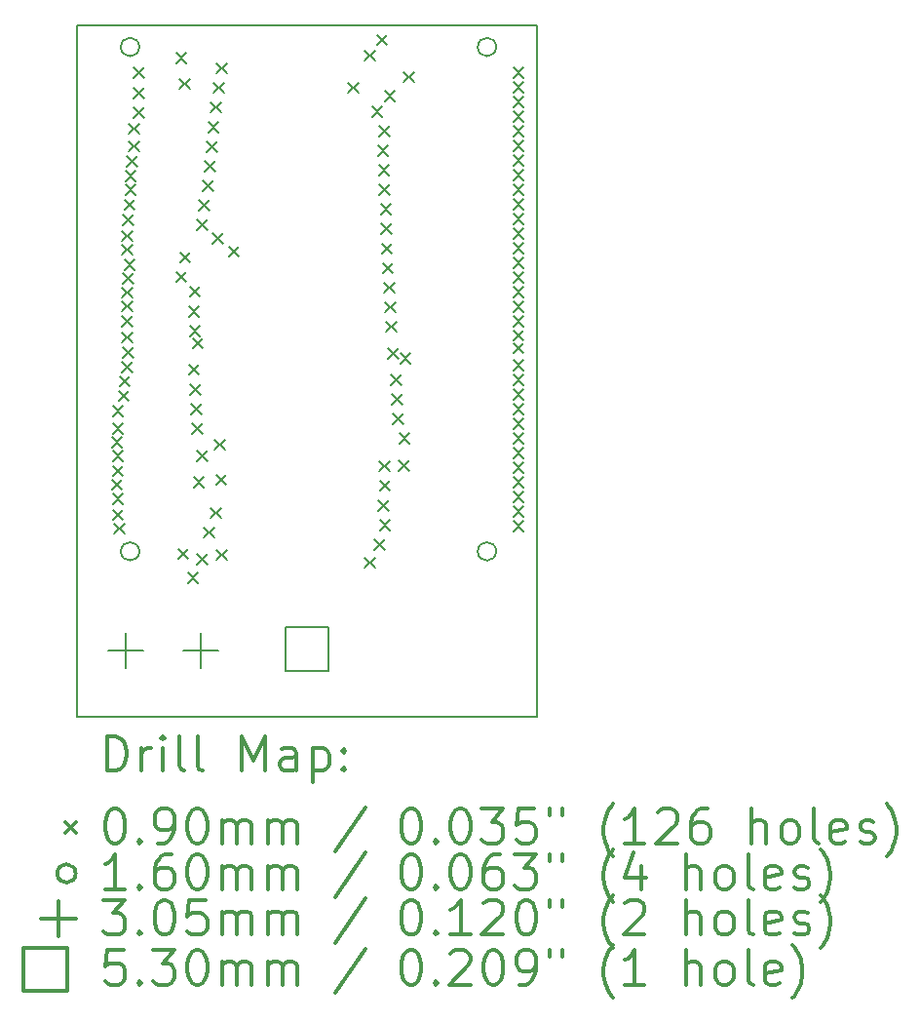
<source format=gbr>
%FSLAX45Y45*%
G04 Gerber Fmt 4.5, Leading zero omitted, Abs format (unit mm)*
G04 Created by KiCad (PCBNEW 4.0.5) date 04/03/17 22:13:51*
%MOMM*%
%LPD*%
G01*
G04 APERTURE LIST*
%ADD10C,0.127000*%
%ADD11C,0.150000*%
%ADD12C,0.200000*%
%ADD13C,0.300000*%
G04 APERTURE END LIST*
D10*
D11*
X8860000Y-7765000D02*
X8860000Y-7750000D01*
X8860000Y-13750000D02*
X8860000Y-7755000D01*
X12860000Y-13750000D02*
X8860000Y-13750000D01*
X12860000Y-7750000D02*
X12860000Y-13750000D01*
X8860000Y-7750000D02*
X12860000Y-7750000D01*
D12*
X9165000Y-11325000D02*
X9255000Y-11415000D01*
X9255000Y-11325000D02*
X9165000Y-11415000D01*
X9165000Y-11695000D02*
X9255000Y-11785000D01*
X9255000Y-11695000D02*
X9165000Y-11785000D01*
X9175000Y-11055000D02*
X9265000Y-11145000D01*
X9265000Y-11055000D02*
X9175000Y-11145000D01*
X9175000Y-11205000D02*
X9265000Y-11295000D01*
X9265000Y-11205000D02*
X9175000Y-11295000D01*
X9175000Y-11445000D02*
X9265000Y-11535000D01*
X9265000Y-11445000D02*
X9175000Y-11535000D01*
X9175000Y-11575000D02*
X9265000Y-11665000D01*
X9265000Y-11575000D02*
X9175000Y-11665000D01*
X9175000Y-11815000D02*
X9265000Y-11905000D01*
X9265000Y-11815000D02*
X9175000Y-11905000D01*
X9175000Y-11955000D02*
X9265000Y-12045000D01*
X9265000Y-11955000D02*
X9175000Y-12045000D01*
X9185000Y-12075000D02*
X9275000Y-12165000D01*
X9275000Y-12075000D02*
X9185000Y-12165000D01*
X9225000Y-10925000D02*
X9315000Y-11015000D01*
X9315000Y-10925000D02*
X9225000Y-11015000D01*
X9235000Y-10795000D02*
X9325000Y-10885000D01*
X9325000Y-10795000D02*
X9235000Y-10885000D01*
X9255000Y-9535000D02*
X9345000Y-9625000D01*
X9345000Y-9535000D02*
X9255000Y-9625000D01*
X9255000Y-9655000D02*
X9345000Y-9745000D01*
X9345000Y-9655000D02*
X9255000Y-9745000D01*
X9255000Y-10145000D02*
X9345000Y-10235000D01*
X9345000Y-10145000D02*
X9255000Y-10235000D01*
X9255000Y-10275000D02*
X9345000Y-10365000D01*
X9345000Y-10275000D02*
X9255000Y-10365000D01*
X9255000Y-10415000D02*
X9345000Y-10505000D01*
X9345000Y-10415000D02*
X9255000Y-10505000D01*
X9255000Y-10675000D02*
X9345000Y-10765000D01*
X9345000Y-10675000D02*
X9255000Y-10765000D01*
X9255000Y-10025000D02*
X9345000Y-10115000D01*
X9345000Y-10025000D02*
X9255000Y-10115000D01*
X9265000Y-9395000D02*
X9355000Y-9485000D01*
X9355000Y-9395000D02*
X9265000Y-9485000D01*
X9265000Y-9905000D02*
X9355000Y-9995000D01*
X9355000Y-9905000D02*
X9265000Y-9995000D01*
X9265000Y-10545000D02*
X9355000Y-10635000D01*
X9355000Y-10545000D02*
X9265000Y-10635000D01*
X9275000Y-9265000D02*
X9365000Y-9355000D01*
X9365000Y-9265000D02*
X9275000Y-9355000D01*
X9275000Y-9785000D02*
X9365000Y-9875000D01*
X9365000Y-9785000D02*
X9275000Y-9875000D01*
X9285000Y-9015000D02*
X9375000Y-9105000D01*
X9375000Y-9015000D02*
X9285000Y-9105000D01*
X9285000Y-9135000D02*
X9375000Y-9225000D01*
X9375000Y-9135000D02*
X9285000Y-9225000D01*
X9295000Y-8885000D02*
X9385000Y-8975000D01*
X9385000Y-8885000D02*
X9295000Y-8975000D01*
X9315000Y-8605000D02*
X9405000Y-8695000D01*
X9405000Y-8605000D02*
X9315000Y-8695000D01*
X9315000Y-8755000D02*
X9405000Y-8845000D01*
X9405000Y-8755000D02*
X9315000Y-8845000D01*
X9355000Y-8115000D02*
X9445000Y-8205000D01*
X9445000Y-8115000D02*
X9355000Y-8205000D01*
X9355000Y-8295000D02*
X9445000Y-8385000D01*
X9445000Y-8295000D02*
X9355000Y-8385000D01*
X9355000Y-8465000D02*
X9445000Y-8555000D01*
X9445000Y-8465000D02*
X9355000Y-8555000D01*
X9724527Y-9890995D02*
X9814527Y-9980995D01*
X9814527Y-9890995D02*
X9724527Y-9980995D01*
X9725000Y-7990000D02*
X9815000Y-8080000D01*
X9815000Y-7990000D02*
X9725000Y-8080000D01*
X9740000Y-12295000D02*
X9830000Y-12385000D01*
X9830000Y-12295000D02*
X9740000Y-12385000D01*
X9755000Y-8215000D02*
X9845000Y-8305000D01*
X9845000Y-8215000D02*
X9755000Y-8305000D01*
X9759730Y-9720994D02*
X9849730Y-9810994D01*
X9849730Y-9720994D02*
X9759730Y-9810994D01*
X9827395Y-12502605D02*
X9917395Y-12592605D01*
X9917395Y-12502605D02*
X9827395Y-12592605D01*
X9835000Y-10189118D02*
X9925000Y-10279118D01*
X9925000Y-10189118D02*
X9835000Y-10279118D01*
X9835000Y-10696296D02*
X9925000Y-10786296D01*
X9925000Y-10696296D02*
X9835000Y-10786296D01*
X9844061Y-10019117D02*
X9934061Y-10109117D01*
X9934061Y-10019117D02*
X9844061Y-10109117D01*
X9844199Y-10359119D02*
X9934199Y-10449119D01*
X9934199Y-10359119D02*
X9844199Y-10449119D01*
X9845000Y-10866297D02*
X9935000Y-10956297D01*
X9935000Y-10866297D02*
X9845000Y-10956297D01*
X9855000Y-11036298D02*
X9945000Y-11126298D01*
X9945000Y-11036298D02*
X9855000Y-11126298D01*
X9865032Y-11206299D02*
X9955032Y-11296299D01*
X9955032Y-11206299D02*
X9865032Y-11296299D01*
X9868975Y-10466294D02*
X9958975Y-10556294D01*
X9958975Y-10466294D02*
X9868975Y-10556294D01*
X9878069Y-11675197D02*
X9968069Y-11765197D01*
X9968069Y-11675197D02*
X9878069Y-11765197D01*
X9904657Y-12339448D02*
X9994657Y-12429448D01*
X9994657Y-12339448D02*
X9904657Y-12429448D01*
X9908338Y-9438819D02*
X9998338Y-9528819D01*
X9998338Y-9438819D02*
X9908338Y-9528819D01*
X9908489Y-11445195D02*
X9998489Y-11535195D01*
X9998489Y-11445195D02*
X9908489Y-11535195D01*
X9925991Y-9268818D02*
X10015991Y-9358818D01*
X10015991Y-9268818D02*
X9925991Y-9358818D01*
X9959971Y-9098817D02*
X10049971Y-9188817D01*
X10049971Y-9098817D02*
X9959971Y-9188817D01*
X9967837Y-12109445D02*
X10057837Y-12199445D01*
X10057837Y-12109445D02*
X9967837Y-12199445D01*
X9972188Y-8928816D02*
X10062188Y-9018816D01*
X10062188Y-8928816D02*
X9972188Y-9018816D01*
X9989903Y-8758815D02*
X10079903Y-8848815D01*
X10079903Y-8758815D02*
X9989903Y-8848815D01*
X10005368Y-8588814D02*
X10095368Y-8678814D01*
X10095368Y-8588814D02*
X10005368Y-8678814D01*
X10024257Y-8418813D02*
X10114257Y-8508813D01*
X10114257Y-8418813D02*
X10024257Y-8508813D01*
X10025163Y-11941066D02*
X10115163Y-12031066D01*
X10115163Y-11941066D02*
X10025163Y-12031066D01*
X10040860Y-9555256D02*
X10130860Y-9645256D01*
X10130860Y-9555256D02*
X10040860Y-9645256D01*
X10049792Y-8248812D02*
X10139792Y-8338812D01*
X10139792Y-8248812D02*
X10049792Y-8338812D01*
X10057212Y-11348139D02*
X10147212Y-11438139D01*
X10147212Y-11348139D02*
X10057212Y-11438139D01*
X10072032Y-11651063D02*
X10162032Y-11741063D01*
X10162032Y-11651063D02*
X10072032Y-11741063D01*
X10074659Y-12304997D02*
X10164659Y-12394997D01*
X10164659Y-12304997D02*
X10074659Y-12394997D01*
X10075962Y-8078811D02*
X10165962Y-8168811D01*
X10165962Y-8078811D02*
X10075962Y-8168811D01*
X10182670Y-9669999D02*
X10272670Y-9759999D01*
X10272670Y-9669999D02*
X10182670Y-9759999D01*
X11219203Y-8246902D02*
X11309203Y-8336902D01*
X11309203Y-8246902D02*
X11219203Y-8336902D01*
X11362458Y-12369998D02*
X11452458Y-12459998D01*
X11452458Y-12369998D02*
X11362458Y-12459998D01*
X11362854Y-7968066D02*
X11452854Y-8058066D01*
X11452854Y-7968066D02*
X11362854Y-8058066D01*
X11425198Y-8456626D02*
X11515198Y-8546626D01*
X11515198Y-8456626D02*
X11425198Y-8546626D01*
X11449803Y-12213873D02*
X11539803Y-12303873D01*
X11539803Y-12213873D02*
X11449803Y-12303873D01*
X11469730Y-7833128D02*
X11559730Y-7923128D01*
X11559730Y-7833128D02*
X11469730Y-7923128D01*
X11476229Y-8793918D02*
X11566229Y-8883918D01*
X11566229Y-8793918D02*
X11476229Y-8883918D01*
X11482481Y-11873943D02*
X11572481Y-11963943D01*
X11572481Y-11873943D02*
X11482481Y-11963943D01*
X11484881Y-8963920D02*
X11574881Y-9053920D01*
X11574881Y-8963920D02*
X11484881Y-9053920D01*
X11487289Y-8623917D02*
X11577289Y-8713917D01*
X11577289Y-8623917D02*
X11487289Y-8713917D01*
X11489586Y-11533941D02*
X11579586Y-11623941D01*
X11579586Y-11533941D02*
X11489586Y-11623941D01*
X11491835Y-9133921D02*
X11581835Y-9223921D01*
X11581835Y-9133921D02*
X11491835Y-9223921D01*
X11493622Y-11703942D02*
X11583622Y-11793942D01*
X11583622Y-11703942D02*
X11493622Y-11793942D01*
X11494127Y-12043945D02*
X11584127Y-12133945D01*
X11584127Y-12043945D02*
X11494127Y-12133945D01*
X11502784Y-9303922D02*
X11592784Y-9393922D01*
X11592784Y-9303922D02*
X11502784Y-9393922D01*
X11506565Y-9473923D02*
X11596565Y-9563923D01*
X11596565Y-9473923D02*
X11506565Y-9563923D01*
X11511865Y-9643924D02*
X11601865Y-9733924D01*
X11601865Y-9643924D02*
X11511865Y-9733924D01*
X11520324Y-9813925D02*
X11610324Y-9903925D01*
X11610324Y-9813925D02*
X11520324Y-9903925D01*
X11532057Y-9983926D02*
X11622057Y-10073926D01*
X11622057Y-9983926D02*
X11532057Y-10073926D01*
X11535444Y-8320862D02*
X11625444Y-8410862D01*
X11625444Y-8320862D02*
X11535444Y-8410862D01*
X11542487Y-10153928D02*
X11632487Y-10243928D01*
X11632487Y-10153928D02*
X11542487Y-10243928D01*
X11549884Y-10323929D02*
X11639884Y-10413929D01*
X11639884Y-10323929D02*
X11549884Y-10413929D01*
X11564850Y-10553931D02*
X11654850Y-10643931D01*
X11654850Y-10553931D02*
X11564850Y-10643931D01*
X11593113Y-10783933D02*
X11683113Y-10873933D01*
X11683113Y-10783933D02*
X11593113Y-10873933D01*
X11600306Y-10953934D02*
X11690306Y-11043934D01*
X11690306Y-10953934D02*
X11600306Y-11043934D01*
X11606940Y-11123936D02*
X11696940Y-11213935D01*
X11696940Y-11123936D02*
X11606940Y-11213935D01*
X11659818Y-11529502D02*
X11749818Y-11619502D01*
X11749818Y-11529502D02*
X11659818Y-11619502D01*
X11663928Y-11292564D02*
X11753928Y-11382564D01*
X11753928Y-11292564D02*
X11663928Y-11382564D01*
X11672638Y-10598093D02*
X11762638Y-10688093D01*
X11762638Y-10598093D02*
X11672638Y-10688093D01*
X11700223Y-8154777D02*
X11790223Y-8244777D01*
X11790223Y-8154777D02*
X11700223Y-8244777D01*
X12655000Y-8115000D02*
X12745000Y-8205000D01*
X12745000Y-8115000D02*
X12655000Y-8205000D01*
X12655000Y-8242000D02*
X12745000Y-8332000D01*
X12745000Y-8242000D02*
X12655000Y-8332000D01*
X12655000Y-8369000D02*
X12745000Y-8459000D01*
X12745000Y-8369000D02*
X12655000Y-8459000D01*
X12655000Y-8496000D02*
X12745000Y-8586000D01*
X12745000Y-8496000D02*
X12655000Y-8586000D01*
X12655000Y-8623000D02*
X12745000Y-8713000D01*
X12745000Y-8623000D02*
X12655000Y-8713000D01*
X12655000Y-8750000D02*
X12745000Y-8840000D01*
X12745000Y-8750000D02*
X12655000Y-8840000D01*
X12655000Y-8877000D02*
X12745000Y-8967000D01*
X12745000Y-8877000D02*
X12655000Y-8967000D01*
X12655000Y-9004000D02*
X12745000Y-9094000D01*
X12745000Y-9004000D02*
X12655000Y-9094000D01*
X12655000Y-9131000D02*
X12745000Y-9221000D01*
X12745000Y-9131000D02*
X12655000Y-9221000D01*
X12655000Y-9258000D02*
X12745000Y-9348000D01*
X12745000Y-9258000D02*
X12655000Y-9348000D01*
X12655000Y-9385000D02*
X12745000Y-9475000D01*
X12745000Y-9385000D02*
X12655000Y-9475000D01*
X12655000Y-9512000D02*
X12745000Y-9602000D01*
X12745000Y-9512000D02*
X12655000Y-9602000D01*
X12655000Y-9639000D02*
X12745000Y-9729000D01*
X12745000Y-9639000D02*
X12655000Y-9729000D01*
X12655000Y-9766000D02*
X12745000Y-9856000D01*
X12745000Y-9766000D02*
X12655000Y-9856000D01*
X12655000Y-9893000D02*
X12745000Y-9983000D01*
X12745000Y-9893000D02*
X12655000Y-9983000D01*
X12655000Y-10020000D02*
X12745000Y-10110000D01*
X12745000Y-10020000D02*
X12655000Y-10110000D01*
X12655000Y-10147000D02*
X12745000Y-10237000D01*
X12745000Y-10147000D02*
X12655000Y-10237000D01*
X12655000Y-10274000D02*
X12745000Y-10364000D01*
X12745000Y-10274000D02*
X12655000Y-10364000D01*
X12655000Y-10399998D02*
X12745000Y-10489998D01*
X12745000Y-10399998D02*
X12655000Y-10489998D01*
X12655000Y-10509999D02*
X12745000Y-10599999D01*
X12745000Y-10509999D02*
X12655000Y-10599999D01*
X12655000Y-10655000D02*
X12745000Y-10745000D01*
X12745000Y-10655000D02*
X12655000Y-10745000D01*
X12655000Y-10782000D02*
X12745000Y-10872000D01*
X12745000Y-10782000D02*
X12655000Y-10872000D01*
X12655000Y-10909000D02*
X12745000Y-10999000D01*
X12745000Y-10909000D02*
X12655000Y-10999000D01*
X12655000Y-11036000D02*
X12745000Y-11126000D01*
X12745000Y-11036000D02*
X12655000Y-11126000D01*
X12655000Y-11163000D02*
X12745000Y-11253000D01*
X12745000Y-11163000D02*
X12655000Y-11253000D01*
X12655000Y-11290000D02*
X12745000Y-11380000D01*
X12745000Y-11290000D02*
X12655000Y-11380000D01*
X12655000Y-11417000D02*
X12745000Y-11507000D01*
X12745000Y-11417000D02*
X12655000Y-11507000D01*
X12655000Y-11544000D02*
X12745000Y-11634000D01*
X12745000Y-11544000D02*
X12655000Y-11634000D01*
X12655000Y-11671000D02*
X12745000Y-11761000D01*
X12745000Y-11671000D02*
X12655000Y-11761000D01*
X12655000Y-11798000D02*
X12745000Y-11888000D01*
X12745000Y-11798000D02*
X12655000Y-11888000D01*
X12655000Y-11925000D02*
X12745000Y-12015000D01*
X12745000Y-11925000D02*
X12655000Y-12015000D01*
X12655000Y-12052000D02*
X12745000Y-12142000D01*
X12745000Y-12052000D02*
X12655000Y-12142000D01*
X9405000Y-7939000D02*
G75*
G03X9405000Y-7939000I-80000J0D01*
G01*
X9405000Y-12318000D02*
G75*
G03X9405000Y-12318000I-80000J0D01*
G01*
X12505000Y-7939000D02*
G75*
G03X12505000Y-7939000I-80000J0D01*
G01*
X12505000Y-12318000D02*
G75*
G03X12505000Y-12318000I-80000J0D01*
G01*
X9290000Y-13022600D02*
X9290000Y-13327400D01*
X9137600Y-13175000D02*
X9442400Y-13175000D01*
X9940000Y-13027600D02*
X9940000Y-13332400D01*
X9787600Y-13180000D02*
X10092400Y-13180000D01*
X11047385Y-13352385D02*
X11047385Y-12977615D01*
X10672615Y-12977615D01*
X10672615Y-13352385D01*
X11047385Y-13352385D01*
D13*
X9123929Y-14223214D02*
X9123929Y-13923214D01*
X9195357Y-13923214D01*
X9238214Y-13937500D01*
X9266786Y-13966071D01*
X9281071Y-13994643D01*
X9295357Y-14051786D01*
X9295357Y-14094643D01*
X9281071Y-14151786D01*
X9266786Y-14180357D01*
X9238214Y-14208929D01*
X9195357Y-14223214D01*
X9123929Y-14223214D01*
X9423929Y-14223214D02*
X9423929Y-14023214D01*
X9423929Y-14080357D02*
X9438214Y-14051786D01*
X9452500Y-14037500D01*
X9481071Y-14023214D01*
X9509643Y-14023214D01*
X9609643Y-14223214D02*
X9609643Y-14023214D01*
X9609643Y-13923214D02*
X9595357Y-13937500D01*
X9609643Y-13951786D01*
X9623929Y-13937500D01*
X9609643Y-13923214D01*
X9609643Y-13951786D01*
X9795357Y-14223214D02*
X9766786Y-14208929D01*
X9752500Y-14180357D01*
X9752500Y-13923214D01*
X9952500Y-14223214D02*
X9923929Y-14208929D01*
X9909643Y-14180357D01*
X9909643Y-13923214D01*
X10295357Y-14223214D02*
X10295357Y-13923214D01*
X10395357Y-14137500D01*
X10495357Y-13923214D01*
X10495357Y-14223214D01*
X10766786Y-14223214D02*
X10766786Y-14066071D01*
X10752500Y-14037500D01*
X10723929Y-14023214D01*
X10666786Y-14023214D01*
X10638214Y-14037500D01*
X10766786Y-14208929D02*
X10738214Y-14223214D01*
X10666786Y-14223214D01*
X10638214Y-14208929D01*
X10623929Y-14180357D01*
X10623929Y-14151786D01*
X10638214Y-14123214D01*
X10666786Y-14108929D01*
X10738214Y-14108929D01*
X10766786Y-14094643D01*
X10909643Y-14023214D02*
X10909643Y-14323214D01*
X10909643Y-14037500D02*
X10938214Y-14023214D01*
X10995357Y-14023214D01*
X11023929Y-14037500D01*
X11038214Y-14051786D01*
X11052500Y-14080357D01*
X11052500Y-14166071D01*
X11038214Y-14194643D01*
X11023929Y-14208929D01*
X10995357Y-14223214D01*
X10938214Y-14223214D01*
X10909643Y-14208929D01*
X11181071Y-14194643D02*
X11195357Y-14208929D01*
X11181071Y-14223214D01*
X11166786Y-14208929D01*
X11181071Y-14194643D01*
X11181071Y-14223214D01*
X11181071Y-14037500D02*
X11195357Y-14051786D01*
X11181071Y-14066071D01*
X11166786Y-14051786D01*
X11181071Y-14037500D01*
X11181071Y-14066071D01*
X8762500Y-14672500D02*
X8852500Y-14762500D01*
X8852500Y-14672500D02*
X8762500Y-14762500D01*
X9181071Y-14553214D02*
X9209643Y-14553214D01*
X9238214Y-14567500D01*
X9252500Y-14581786D01*
X9266786Y-14610357D01*
X9281071Y-14667500D01*
X9281071Y-14738929D01*
X9266786Y-14796071D01*
X9252500Y-14824643D01*
X9238214Y-14838929D01*
X9209643Y-14853214D01*
X9181071Y-14853214D01*
X9152500Y-14838929D01*
X9138214Y-14824643D01*
X9123929Y-14796071D01*
X9109643Y-14738929D01*
X9109643Y-14667500D01*
X9123929Y-14610357D01*
X9138214Y-14581786D01*
X9152500Y-14567500D01*
X9181071Y-14553214D01*
X9409643Y-14824643D02*
X9423929Y-14838929D01*
X9409643Y-14853214D01*
X9395357Y-14838929D01*
X9409643Y-14824643D01*
X9409643Y-14853214D01*
X9566786Y-14853214D02*
X9623928Y-14853214D01*
X9652500Y-14838929D01*
X9666786Y-14824643D01*
X9695357Y-14781786D01*
X9709643Y-14724643D01*
X9709643Y-14610357D01*
X9695357Y-14581786D01*
X9681071Y-14567500D01*
X9652500Y-14553214D01*
X9595357Y-14553214D01*
X9566786Y-14567500D01*
X9552500Y-14581786D01*
X9538214Y-14610357D01*
X9538214Y-14681786D01*
X9552500Y-14710357D01*
X9566786Y-14724643D01*
X9595357Y-14738929D01*
X9652500Y-14738929D01*
X9681071Y-14724643D01*
X9695357Y-14710357D01*
X9709643Y-14681786D01*
X9895357Y-14553214D02*
X9923929Y-14553214D01*
X9952500Y-14567500D01*
X9966786Y-14581786D01*
X9981071Y-14610357D01*
X9995357Y-14667500D01*
X9995357Y-14738929D01*
X9981071Y-14796071D01*
X9966786Y-14824643D01*
X9952500Y-14838929D01*
X9923929Y-14853214D01*
X9895357Y-14853214D01*
X9866786Y-14838929D01*
X9852500Y-14824643D01*
X9838214Y-14796071D01*
X9823929Y-14738929D01*
X9823929Y-14667500D01*
X9838214Y-14610357D01*
X9852500Y-14581786D01*
X9866786Y-14567500D01*
X9895357Y-14553214D01*
X10123929Y-14853214D02*
X10123929Y-14653214D01*
X10123929Y-14681786D02*
X10138214Y-14667500D01*
X10166786Y-14653214D01*
X10209643Y-14653214D01*
X10238214Y-14667500D01*
X10252500Y-14696071D01*
X10252500Y-14853214D01*
X10252500Y-14696071D02*
X10266786Y-14667500D01*
X10295357Y-14653214D01*
X10338214Y-14653214D01*
X10366786Y-14667500D01*
X10381071Y-14696071D01*
X10381071Y-14853214D01*
X10523929Y-14853214D02*
X10523929Y-14653214D01*
X10523929Y-14681786D02*
X10538214Y-14667500D01*
X10566786Y-14653214D01*
X10609643Y-14653214D01*
X10638214Y-14667500D01*
X10652500Y-14696071D01*
X10652500Y-14853214D01*
X10652500Y-14696071D02*
X10666786Y-14667500D01*
X10695357Y-14653214D01*
X10738214Y-14653214D01*
X10766786Y-14667500D01*
X10781071Y-14696071D01*
X10781071Y-14853214D01*
X11366786Y-14538929D02*
X11109643Y-14924643D01*
X11752500Y-14553214D02*
X11781071Y-14553214D01*
X11809643Y-14567500D01*
X11823928Y-14581786D01*
X11838214Y-14610357D01*
X11852500Y-14667500D01*
X11852500Y-14738929D01*
X11838214Y-14796071D01*
X11823928Y-14824643D01*
X11809643Y-14838929D01*
X11781071Y-14853214D01*
X11752500Y-14853214D01*
X11723928Y-14838929D01*
X11709643Y-14824643D01*
X11695357Y-14796071D01*
X11681071Y-14738929D01*
X11681071Y-14667500D01*
X11695357Y-14610357D01*
X11709643Y-14581786D01*
X11723928Y-14567500D01*
X11752500Y-14553214D01*
X11981071Y-14824643D02*
X11995357Y-14838929D01*
X11981071Y-14853214D01*
X11966786Y-14838929D01*
X11981071Y-14824643D01*
X11981071Y-14853214D01*
X12181071Y-14553214D02*
X12209643Y-14553214D01*
X12238214Y-14567500D01*
X12252500Y-14581786D01*
X12266785Y-14610357D01*
X12281071Y-14667500D01*
X12281071Y-14738929D01*
X12266785Y-14796071D01*
X12252500Y-14824643D01*
X12238214Y-14838929D01*
X12209643Y-14853214D01*
X12181071Y-14853214D01*
X12152500Y-14838929D01*
X12138214Y-14824643D01*
X12123928Y-14796071D01*
X12109643Y-14738929D01*
X12109643Y-14667500D01*
X12123928Y-14610357D01*
X12138214Y-14581786D01*
X12152500Y-14567500D01*
X12181071Y-14553214D01*
X12381071Y-14553214D02*
X12566785Y-14553214D01*
X12466785Y-14667500D01*
X12509643Y-14667500D01*
X12538214Y-14681786D01*
X12552500Y-14696071D01*
X12566785Y-14724643D01*
X12566785Y-14796071D01*
X12552500Y-14824643D01*
X12538214Y-14838929D01*
X12509643Y-14853214D01*
X12423928Y-14853214D01*
X12395357Y-14838929D01*
X12381071Y-14824643D01*
X12838214Y-14553214D02*
X12695357Y-14553214D01*
X12681071Y-14696071D01*
X12695357Y-14681786D01*
X12723928Y-14667500D01*
X12795357Y-14667500D01*
X12823928Y-14681786D01*
X12838214Y-14696071D01*
X12852500Y-14724643D01*
X12852500Y-14796071D01*
X12838214Y-14824643D01*
X12823928Y-14838929D01*
X12795357Y-14853214D01*
X12723928Y-14853214D01*
X12695357Y-14838929D01*
X12681071Y-14824643D01*
X12966786Y-14553214D02*
X12966786Y-14610357D01*
X13081071Y-14553214D02*
X13081071Y-14610357D01*
X13523928Y-14967500D02*
X13509643Y-14953214D01*
X13481071Y-14910357D01*
X13466785Y-14881786D01*
X13452500Y-14838929D01*
X13438214Y-14767500D01*
X13438214Y-14710357D01*
X13452500Y-14638929D01*
X13466785Y-14596071D01*
X13481071Y-14567500D01*
X13509643Y-14524643D01*
X13523928Y-14510357D01*
X13795357Y-14853214D02*
X13623928Y-14853214D01*
X13709643Y-14853214D02*
X13709643Y-14553214D01*
X13681071Y-14596071D01*
X13652500Y-14624643D01*
X13623928Y-14638929D01*
X13909643Y-14581786D02*
X13923928Y-14567500D01*
X13952500Y-14553214D01*
X14023928Y-14553214D01*
X14052500Y-14567500D01*
X14066785Y-14581786D01*
X14081071Y-14610357D01*
X14081071Y-14638929D01*
X14066785Y-14681786D01*
X13895357Y-14853214D01*
X14081071Y-14853214D01*
X14338214Y-14553214D02*
X14281071Y-14553214D01*
X14252500Y-14567500D01*
X14238214Y-14581786D01*
X14209643Y-14624643D01*
X14195357Y-14681786D01*
X14195357Y-14796071D01*
X14209643Y-14824643D01*
X14223928Y-14838929D01*
X14252500Y-14853214D01*
X14309643Y-14853214D01*
X14338214Y-14838929D01*
X14352500Y-14824643D01*
X14366785Y-14796071D01*
X14366785Y-14724643D01*
X14352500Y-14696071D01*
X14338214Y-14681786D01*
X14309643Y-14667500D01*
X14252500Y-14667500D01*
X14223928Y-14681786D01*
X14209643Y-14696071D01*
X14195357Y-14724643D01*
X14723928Y-14853214D02*
X14723928Y-14553214D01*
X14852500Y-14853214D02*
X14852500Y-14696071D01*
X14838214Y-14667500D01*
X14809643Y-14653214D01*
X14766785Y-14653214D01*
X14738214Y-14667500D01*
X14723928Y-14681786D01*
X15038214Y-14853214D02*
X15009643Y-14838929D01*
X14995357Y-14824643D01*
X14981071Y-14796071D01*
X14981071Y-14710357D01*
X14995357Y-14681786D01*
X15009643Y-14667500D01*
X15038214Y-14653214D01*
X15081071Y-14653214D01*
X15109643Y-14667500D01*
X15123928Y-14681786D01*
X15138214Y-14710357D01*
X15138214Y-14796071D01*
X15123928Y-14824643D01*
X15109643Y-14838929D01*
X15081071Y-14853214D01*
X15038214Y-14853214D01*
X15309643Y-14853214D02*
X15281071Y-14838929D01*
X15266786Y-14810357D01*
X15266786Y-14553214D01*
X15538214Y-14838929D02*
X15509643Y-14853214D01*
X15452500Y-14853214D01*
X15423928Y-14838929D01*
X15409643Y-14810357D01*
X15409643Y-14696071D01*
X15423928Y-14667500D01*
X15452500Y-14653214D01*
X15509643Y-14653214D01*
X15538214Y-14667500D01*
X15552500Y-14696071D01*
X15552500Y-14724643D01*
X15409643Y-14753214D01*
X15666786Y-14838929D02*
X15695357Y-14853214D01*
X15752500Y-14853214D01*
X15781071Y-14838929D01*
X15795357Y-14810357D01*
X15795357Y-14796071D01*
X15781071Y-14767500D01*
X15752500Y-14753214D01*
X15709643Y-14753214D01*
X15681071Y-14738929D01*
X15666786Y-14710357D01*
X15666786Y-14696071D01*
X15681071Y-14667500D01*
X15709643Y-14653214D01*
X15752500Y-14653214D01*
X15781071Y-14667500D01*
X15895357Y-14967500D02*
X15909643Y-14953214D01*
X15938214Y-14910357D01*
X15952500Y-14881786D01*
X15966786Y-14838929D01*
X15981071Y-14767500D01*
X15981071Y-14710357D01*
X15966786Y-14638929D01*
X15952500Y-14596071D01*
X15938214Y-14567500D01*
X15909643Y-14524643D01*
X15895357Y-14510357D01*
X8852500Y-15113500D02*
G75*
G03X8852500Y-15113500I-80000J0D01*
G01*
X9281071Y-15249214D02*
X9109643Y-15249214D01*
X9195357Y-15249214D02*
X9195357Y-14949214D01*
X9166786Y-14992071D01*
X9138214Y-15020643D01*
X9109643Y-15034929D01*
X9409643Y-15220643D02*
X9423929Y-15234929D01*
X9409643Y-15249214D01*
X9395357Y-15234929D01*
X9409643Y-15220643D01*
X9409643Y-15249214D01*
X9681071Y-14949214D02*
X9623928Y-14949214D01*
X9595357Y-14963500D01*
X9581071Y-14977786D01*
X9552500Y-15020643D01*
X9538214Y-15077786D01*
X9538214Y-15192071D01*
X9552500Y-15220643D01*
X9566786Y-15234929D01*
X9595357Y-15249214D01*
X9652500Y-15249214D01*
X9681071Y-15234929D01*
X9695357Y-15220643D01*
X9709643Y-15192071D01*
X9709643Y-15120643D01*
X9695357Y-15092071D01*
X9681071Y-15077786D01*
X9652500Y-15063500D01*
X9595357Y-15063500D01*
X9566786Y-15077786D01*
X9552500Y-15092071D01*
X9538214Y-15120643D01*
X9895357Y-14949214D02*
X9923929Y-14949214D01*
X9952500Y-14963500D01*
X9966786Y-14977786D01*
X9981071Y-15006357D01*
X9995357Y-15063500D01*
X9995357Y-15134929D01*
X9981071Y-15192071D01*
X9966786Y-15220643D01*
X9952500Y-15234929D01*
X9923929Y-15249214D01*
X9895357Y-15249214D01*
X9866786Y-15234929D01*
X9852500Y-15220643D01*
X9838214Y-15192071D01*
X9823929Y-15134929D01*
X9823929Y-15063500D01*
X9838214Y-15006357D01*
X9852500Y-14977786D01*
X9866786Y-14963500D01*
X9895357Y-14949214D01*
X10123929Y-15249214D02*
X10123929Y-15049214D01*
X10123929Y-15077786D02*
X10138214Y-15063500D01*
X10166786Y-15049214D01*
X10209643Y-15049214D01*
X10238214Y-15063500D01*
X10252500Y-15092071D01*
X10252500Y-15249214D01*
X10252500Y-15092071D02*
X10266786Y-15063500D01*
X10295357Y-15049214D01*
X10338214Y-15049214D01*
X10366786Y-15063500D01*
X10381071Y-15092071D01*
X10381071Y-15249214D01*
X10523929Y-15249214D02*
X10523929Y-15049214D01*
X10523929Y-15077786D02*
X10538214Y-15063500D01*
X10566786Y-15049214D01*
X10609643Y-15049214D01*
X10638214Y-15063500D01*
X10652500Y-15092071D01*
X10652500Y-15249214D01*
X10652500Y-15092071D02*
X10666786Y-15063500D01*
X10695357Y-15049214D01*
X10738214Y-15049214D01*
X10766786Y-15063500D01*
X10781071Y-15092071D01*
X10781071Y-15249214D01*
X11366786Y-14934929D02*
X11109643Y-15320643D01*
X11752500Y-14949214D02*
X11781071Y-14949214D01*
X11809643Y-14963500D01*
X11823928Y-14977786D01*
X11838214Y-15006357D01*
X11852500Y-15063500D01*
X11852500Y-15134929D01*
X11838214Y-15192071D01*
X11823928Y-15220643D01*
X11809643Y-15234929D01*
X11781071Y-15249214D01*
X11752500Y-15249214D01*
X11723928Y-15234929D01*
X11709643Y-15220643D01*
X11695357Y-15192071D01*
X11681071Y-15134929D01*
X11681071Y-15063500D01*
X11695357Y-15006357D01*
X11709643Y-14977786D01*
X11723928Y-14963500D01*
X11752500Y-14949214D01*
X11981071Y-15220643D02*
X11995357Y-15234929D01*
X11981071Y-15249214D01*
X11966786Y-15234929D01*
X11981071Y-15220643D01*
X11981071Y-15249214D01*
X12181071Y-14949214D02*
X12209643Y-14949214D01*
X12238214Y-14963500D01*
X12252500Y-14977786D01*
X12266785Y-15006357D01*
X12281071Y-15063500D01*
X12281071Y-15134929D01*
X12266785Y-15192071D01*
X12252500Y-15220643D01*
X12238214Y-15234929D01*
X12209643Y-15249214D01*
X12181071Y-15249214D01*
X12152500Y-15234929D01*
X12138214Y-15220643D01*
X12123928Y-15192071D01*
X12109643Y-15134929D01*
X12109643Y-15063500D01*
X12123928Y-15006357D01*
X12138214Y-14977786D01*
X12152500Y-14963500D01*
X12181071Y-14949214D01*
X12538214Y-14949214D02*
X12481071Y-14949214D01*
X12452500Y-14963500D01*
X12438214Y-14977786D01*
X12409643Y-15020643D01*
X12395357Y-15077786D01*
X12395357Y-15192071D01*
X12409643Y-15220643D01*
X12423928Y-15234929D01*
X12452500Y-15249214D01*
X12509643Y-15249214D01*
X12538214Y-15234929D01*
X12552500Y-15220643D01*
X12566785Y-15192071D01*
X12566785Y-15120643D01*
X12552500Y-15092071D01*
X12538214Y-15077786D01*
X12509643Y-15063500D01*
X12452500Y-15063500D01*
X12423928Y-15077786D01*
X12409643Y-15092071D01*
X12395357Y-15120643D01*
X12666785Y-14949214D02*
X12852500Y-14949214D01*
X12752500Y-15063500D01*
X12795357Y-15063500D01*
X12823928Y-15077786D01*
X12838214Y-15092071D01*
X12852500Y-15120643D01*
X12852500Y-15192071D01*
X12838214Y-15220643D01*
X12823928Y-15234929D01*
X12795357Y-15249214D01*
X12709643Y-15249214D01*
X12681071Y-15234929D01*
X12666785Y-15220643D01*
X12966786Y-14949214D02*
X12966786Y-15006357D01*
X13081071Y-14949214D02*
X13081071Y-15006357D01*
X13523928Y-15363500D02*
X13509643Y-15349214D01*
X13481071Y-15306357D01*
X13466785Y-15277786D01*
X13452500Y-15234929D01*
X13438214Y-15163500D01*
X13438214Y-15106357D01*
X13452500Y-15034929D01*
X13466785Y-14992071D01*
X13481071Y-14963500D01*
X13509643Y-14920643D01*
X13523928Y-14906357D01*
X13766785Y-15049214D02*
X13766785Y-15249214D01*
X13695357Y-14934929D02*
X13623928Y-15149214D01*
X13809643Y-15149214D01*
X14152500Y-15249214D02*
X14152500Y-14949214D01*
X14281071Y-15249214D02*
X14281071Y-15092071D01*
X14266785Y-15063500D01*
X14238214Y-15049214D01*
X14195357Y-15049214D01*
X14166785Y-15063500D01*
X14152500Y-15077786D01*
X14466785Y-15249214D02*
X14438214Y-15234929D01*
X14423928Y-15220643D01*
X14409643Y-15192071D01*
X14409643Y-15106357D01*
X14423928Y-15077786D01*
X14438214Y-15063500D01*
X14466785Y-15049214D01*
X14509643Y-15049214D01*
X14538214Y-15063500D01*
X14552500Y-15077786D01*
X14566785Y-15106357D01*
X14566785Y-15192071D01*
X14552500Y-15220643D01*
X14538214Y-15234929D01*
X14509643Y-15249214D01*
X14466785Y-15249214D01*
X14738214Y-15249214D02*
X14709643Y-15234929D01*
X14695357Y-15206357D01*
X14695357Y-14949214D01*
X14966786Y-15234929D02*
X14938214Y-15249214D01*
X14881071Y-15249214D01*
X14852500Y-15234929D01*
X14838214Y-15206357D01*
X14838214Y-15092071D01*
X14852500Y-15063500D01*
X14881071Y-15049214D01*
X14938214Y-15049214D01*
X14966786Y-15063500D01*
X14981071Y-15092071D01*
X14981071Y-15120643D01*
X14838214Y-15149214D01*
X15095357Y-15234929D02*
X15123928Y-15249214D01*
X15181071Y-15249214D01*
X15209643Y-15234929D01*
X15223928Y-15206357D01*
X15223928Y-15192071D01*
X15209643Y-15163500D01*
X15181071Y-15149214D01*
X15138214Y-15149214D01*
X15109643Y-15134929D01*
X15095357Y-15106357D01*
X15095357Y-15092071D01*
X15109643Y-15063500D01*
X15138214Y-15049214D01*
X15181071Y-15049214D01*
X15209643Y-15063500D01*
X15323928Y-15363500D02*
X15338214Y-15349214D01*
X15366786Y-15306357D01*
X15381071Y-15277786D01*
X15395357Y-15234929D01*
X15409643Y-15163500D01*
X15409643Y-15106357D01*
X15395357Y-15034929D01*
X15381071Y-14992071D01*
X15366786Y-14963500D01*
X15338214Y-14920643D01*
X15323928Y-14906357D01*
X8700100Y-15357100D02*
X8700100Y-15661900D01*
X8547700Y-15509500D02*
X8852500Y-15509500D01*
X9095357Y-15345214D02*
X9281071Y-15345214D01*
X9181071Y-15459500D01*
X9223929Y-15459500D01*
X9252500Y-15473786D01*
X9266786Y-15488071D01*
X9281071Y-15516643D01*
X9281071Y-15588071D01*
X9266786Y-15616643D01*
X9252500Y-15630929D01*
X9223929Y-15645214D01*
X9138214Y-15645214D01*
X9109643Y-15630929D01*
X9095357Y-15616643D01*
X9409643Y-15616643D02*
X9423929Y-15630929D01*
X9409643Y-15645214D01*
X9395357Y-15630929D01*
X9409643Y-15616643D01*
X9409643Y-15645214D01*
X9609643Y-15345214D02*
X9638214Y-15345214D01*
X9666786Y-15359500D01*
X9681071Y-15373786D01*
X9695357Y-15402357D01*
X9709643Y-15459500D01*
X9709643Y-15530929D01*
X9695357Y-15588071D01*
X9681071Y-15616643D01*
X9666786Y-15630929D01*
X9638214Y-15645214D01*
X9609643Y-15645214D01*
X9581071Y-15630929D01*
X9566786Y-15616643D01*
X9552500Y-15588071D01*
X9538214Y-15530929D01*
X9538214Y-15459500D01*
X9552500Y-15402357D01*
X9566786Y-15373786D01*
X9581071Y-15359500D01*
X9609643Y-15345214D01*
X9981071Y-15345214D02*
X9838214Y-15345214D01*
X9823929Y-15488071D01*
X9838214Y-15473786D01*
X9866786Y-15459500D01*
X9938214Y-15459500D01*
X9966786Y-15473786D01*
X9981071Y-15488071D01*
X9995357Y-15516643D01*
X9995357Y-15588071D01*
X9981071Y-15616643D01*
X9966786Y-15630929D01*
X9938214Y-15645214D01*
X9866786Y-15645214D01*
X9838214Y-15630929D01*
X9823929Y-15616643D01*
X10123929Y-15645214D02*
X10123929Y-15445214D01*
X10123929Y-15473786D02*
X10138214Y-15459500D01*
X10166786Y-15445214D01*
X10209643Y-15445214D01*
X10238214Y-15459500D01*
X10252500Y-15488071D01*
X10252500Y-15645214D01*
X10252500Y-15488071D02*
X10266786Y-15459500D01*
X10295357Y-15445214D01*
X10338214Y-15445214D01*
X10366786Y-15459500D01*
X10381071Y-15488071D01*
X10381071Y-15645214D01*
X10523929Y-15645214D02*
X10523929Y-15445214D01*
X10523929Y-15473786D02*
X10538214Y-15459500D01*
X10566786Y-15445214D01*
X10609643Y-15445214D01*
X10638214Y-15459500D01*
X10652500Y-15488071D01*
X10652500Y-15645214D01*
X10652500Y-15488071D02*
X10666786Y-15459500D01*
X10695357Y-15445214D01*
X10738214Y-15445214D01*
X10766786Y-15459500D01*
X10781071Y-15488071D01*
X10781071Y-15645214D01*
X11366786Y-15330929D02*
X11109643Y-15716643D01*
X11752500Y-15345214D02*
X11781071Y-15345214D01*
X11809643Y-15359500D01*
X11823928Y-15373786D01*
X11838214Y-15402357D01*
X11852500Y-15459500D01*
X11852500Y-15530929D01*
X11838214Y-15588071D01*
X11823928Y-15616643D01*
X11809643Y-15630929D01*
X11781071Y-15645214D01*
X11752500Y-15645214D01*
X11723928Y-15630929D01*
X11709643Y-15616643D01*
X11695357Y-15588071D01*
X11681071Y-15530929D01*
X11681071Y-15459500D01*
X11695357Y-15402357D01*
X11709643Y-15373786D01*
X11723928Y-15359500D01*
X11752500Y-15345214D01*
X11981071Y-15616643D02*
X11995357Y-15630929D01*
X11981071Y-15645214D01*
X11966786Y-15630929D01*
X11981071Y-15616643D01*
X11981071Y-15645214D01*
X12281071Y-15645214D02*
X12109643Y-15645214D01*
X12195357Y-15645214D02*
X12195357Y-15345214D01*
X12166785Y-15388071D01*
X12138214Y-15416643D01*
X12109643Y-15430929D01*
X12395357Y-15373786D02*
X12409643Y-15359500D01*
X12438214Y-15345214D01*
X12509643Y-15345214D01*
X12538214Y-15359500D01*
X12552500Y-15373786D01*
X12566785Y-15402357D01*
X12566785Y-15430929D01*
X12552500Y-15473786D01*
X12381071Y-15645214D01*
X12566785Y-15645214D01*
X12752500Y-15345214D02*
X12781071Y-15345214D01*
X12809643Y-15359500D01*
X12823928Y-15373786D01*
X12838214Y-15402357D01*
X12852500Y-15459500D01*
X12852500Y-15530929D01*
X12838214Y-15588071D01*
X12823928Y-15616643D01*
X12809643Y-15630929D01*
X12781071Y-15645214D01*
X12752500Y-15645214D01*
X12723928Y-15630929D01*
X12709643Y-15616643D01*
X12695357Y-15588071D01*
X12681071Y-15530929D01*
X12681071Y-15459500D01*
X12695357Y-15402357D01*
X12709643Y-15373786D01*
X12723928Y-15359500D01*
X12752500Y-15345214D01*
X12966786Y-15345214D02*
X12966786Y-15402357D01*
X13081071Y-15345214D02*
X13081071Y-15402357D01*
X13523928Y-15759500D02*
X13509643Y-15745214D01*
X13481071Y-15702357D01*
X13466785Y-15673786D01*
X13452500Y-15630929D01*
X13438214Y-15559500D01*
X13438214Y-15502357D01*
X13452500Y-15430929D01*
X13466785Y-15388071D01*
X13481071Y-15359500D01*
X13509643Y-15316643D01*
X13523928Y-15302357D01*
X13623928Y-15373786D02*
X13638214Y-15359500D01*
X13666785Y-15345214D01*
X13738214Y-15345214D01*
X13766785Y-15359500D01*
X13781071Y-15373786D01*
X13795357Y-15402357D01*
X13795357Y-15430929D01*
X13781071Y-15473786D01*
X13609643Y-15645214D01*
X13795357Y-15645214D01*
X14152500Y-15645214D02*
X14152500Y-15345214D01*
X14281071Y-15645214D02*
X14281071Y-15488071D01*
X14266785Y-15459500D01*
X14238214Y-15445214D01*
X14195357Y-15445214D01*
X14166785Y-15459500D01*
X14152500Y-15473786D01*
X14466785Y-15645214D02*
X14438214Y-15630929D01*
X14423928Y-15616643D01*
X14409643Y-15588071D01*
X14409643Y-15502357D01*
X14423928Y-15473786D01*
X14438214Y-15459500D01*
X14466785Y-15445214D01*
X14509643Y-15445214D01*
X14538214Y-15459500D01*
X14552500Y-15473786D01*
X14566785Y-15502357D01*
X14566785Y-15588071D01*
X14552500Y-15616643D01*
X14538214Y-15630929D01*
X14509643Y-15645214D01*
X14466785Y-15645214D01*
X14738214Y-15645214D02*
X14709643Y-15630929D01*
X14695357Y-15602357D01*
X14695357Y-15345214D01*
X14966786Y-15630929D02*
X14938214Y-15645214D01*
X14881071Y-15645214D01*
X14852500Y-15630929D01*
X14838214Y-15602357D01*
X14838214Y-15488071D01*
X14852500Y-15459500D01*
X14881071Y-15445214D01*
X14938214Y-15445214D01*
X14966786Y-15459500D01*
X14981071Y-15488071D01*
X14981071Y-15516643D01*
X14838214Y-15545214D01*
X15095357Y-15630929D02*
X15123928Y-15645214D01*
X15181071Y-15645214D01*
X15209643Y-15630929D01*
X15223928Y-15602357D01*
X15223928Y-15588071D01*
X15209643Y-15559500D01*
X15181071Y-15545214D01*
X15138214Y-15545214D01*
X15109643Y-15530929D01*
X15095357Y-15502357D01*
X15095357Y-15488071D01*
X15109643Y-15459500D01*
X15138214Y-15445214D01*
X15181071Y-15445214D01*
X15209643Y-15459500D01*
X15323928Y-15759500D02*
X15338214Y-15745214D01*
X15366786Y-15702357D01*
X15381071Y-15673786D01*
X15395357Y-15630929D01*
X15409643Y-15559500D01*
X15409643Y-15502357D01*
X15395357Y-15430929D01*
X15381071Y-15388071D01*
X15366786Y-15359500D01*
X15338214Y-15316643D01*
X15323928Y-15302357D01*
X8774885Y-16131685D02*
X8774885Y-15756915D01*
X8400115Y-15756915D01*
X8400115Y-16131685D01*
X8774885Y-16131685D01*
X9266786Y-15780014D02*
X9123929Y-15780014D01*
X9109643Y-15922871D01*
X9123929Y-15908586D01*
X9152500Y-15894300D01*
X9223929Y-15894300D01*
X9252500Y-15908586D01*
X9266786Y-15922871D01*
X9281071Y-15951443D01*
X9281071Y-16022871D01*
X9266786Y-16051443D01*
X9252500Y-16065729D01*
X9223929Y-16080014D01*
X9152500Y-16080014D01*
X9123929Y-16065729D01*
X9109643Y-16051443D01*
X9409643Y-16051443D02*
X9423929Y-16065729D01*
X9409643Y-16080014D01*
X9395357Y-16065729D01*
X9409643Y-16051443D01*
X9409643Y-16080014D01*
X9523928Y-15780014D02*
X9709643Y-15780014D01*
X9609643Y-15894300D01*
X9652500Y-15894300D01*
X9681071Y-15908586D01*
X9695357Y-15922871D01*
X9709643Y-15951443D01*
X9709643Y-16022871D01*
X9695357Y-16051443D01*
X9681071Y-16065729D01*
X9652500Y-16080014D01*
X9566786Y-16080014D01*
X9538214Y-16065729D01*
X9523928Y-16051443D01*
X9895357Y-15780014D02*
X9923929Y-15780014D01*
X9952500Y-15794300D01*
X9966786Y-15808586D01*
X9981071Y-15837157D01*
X9995357Y-15894300D01*
X9995357Y-15965729D01*
X9981071Y-16022871D01*
X9966786Y-16051443D01*
X9952500Y-16065729D01*
X9923929Y-16080014D01*
X9895357Y-16080014D01*
X9866786Y-16065729D01*
X9852500Y-16051443D01*
X9838214Y-16022871D01*
X9823929Y-15965729D01*
X9823929Y-15894300D01*
X9838214Y-15837157D01*
X9852500Y-15808586D01*
X9866786Y-15794300D01*
X9895357Y-15780014D01*
X10123929Y-16080014D02*
X10123929Y-15880014D01*
X10123929Y-15908586D02*
X10138214Y-15894300D01*
X10166786Y-15880014D01*
X10209643Y-15880014D01*
X10238214Y-15894300D01*
X10252500Y-15922871D01*
X10252500Y-16080014D01*
X10252500Y-15922871D02*
X10266786Y-15894300D01*
X10295357Y-15880014D01*
X10338214Y-15880014D01*
X10366786Y-15894300D01*
X10381071Y-15922871D01*
X10381071Y-16080014D01*
X10523929Y-16080014D02*
X10523929Y-15880014D01*
X10523929Y-15908586D02*
X10538214Y-15894300D01*
X10566786Y-15880014D01*
X10609643Y-15880014D01*
X10638214Y-15894300D01*
X10652500Y-15922871D01*
X10652500Y-16080014D01*
X10652500Y-15922871D02*
X10666786Y-15894300D01*
X10695357Y-15880014D01*
X10738214Y-15880014D01*
X10766786Y-15894300D01*
X10781071Y-15922871D01*
X10781071Y-16080014D01*
X11366786Y-15765729D02*
X11109643Y-16151443D01*
X11752500Y-15780014D02*
X11781071Y-15780014D01*
X11809643Y-15794300D01*
X11823928Y-15808586D01*
X11838214Y-15837157D01*
X11852500Y-15894300D01*
X11852500Y-15965729D01*
X11838214Y-16022871D01*
X11823928Y-16051443D01*
X11809643Y-16065729D01*
X11781071Y-16080014D01*
X11752500Y-16080014D01*
X11723928Y-16065729D01*
X11709643Y-16051443D01*
X11695357Y-16022871D01*
X11681071Y-15965729D01*
X11681071Y-15894300D01*
X11695357Y-15837157D01*
X11709643Y-15808586D01*
X11723928Y-15794300D01*
X11752500Y-15780014D01*
X11981071Y-16051443D02*
X11995357Y-16065729D01*
X11981071Y-16080014D01*
X11966786Y-16065729D01*
X11981071Y-16051443D01*
X11981071Y-16080014D01*
X12109643Y-15808586D02*
X12123928Y-15794300D01*
X12152500Y-15780014D01*
X12223928Y-15780014D01*
X12252500Y-15794300D01*
X12266785Y-15808586D01*
X12281071Y-15837157D01*
X12281071Y-15865729D01*
X12266785Y-15908586D01*
X12095357Y-16080014D01*
X12281071Y-16080014D01*
X12466785Y-15780014D02*
X12495357Y-15780014D01*
X12523928Y-15794300D01*
X12538214Y-15808586D01*
X12552500Y-15837157D01*
X12566785Y-15894300D01*
X12566785Y-15965729D01*
X12552500Y-16022871D01*
X12538214Y-16051443D01*
X12523928Y-16065729D01*
X12495357Y-16080014D01*
X12466785Y-16080014D01*
X12438214Y-16065729D01*
X12423928Y-16051443D01*
X12409643Y-16022871D01*
X12395357Y-15965729D01*
X12395357Y-15894300D01*
X12409643Y-15837157D01*
X12423928Y-15808586D01*
X12438214Y-15794300D01*
X12466785Y-15780014D01*
X12709643Y-16080014D02*
X12766785Y-16080014D01*
X12795357Y-16065729D01*
X12809643Y-16051443D01*
X12838214Y-16008586D01*
X12852500Y-15951443D01*
X12852500Y-15837157D01*
X12838214Y-15808586D01*
X12823928Y-15794300D01*
X12795357Y-15780014D01*
X12738214Y-15780014D01*
X12709643Y-15794300D01*
X12695357Y-15808586D01*
X12681071Y-15837157D01*
X12681071Y-15908586D01*
X12695357Y-15937157D01*
X12709643Y-15951443D01*
X12738214Y-15965729D01*
X12795357Y-15965729D01*
X12823928Y-15951443D01*
X12838214Y-15937157D01*
X12852500Y-15908586D01*
X12966786Y-15780014D02*
X12966786Y-15837157D01*
X13081071Y-15780014D02*
X13081071Y-15837157D01*
X13523928Y-16194300D02*
X13509643Y-16180014D01*
X13481071Y-16137157D01*
X13466785Y-16108586D01*
X13452500Y-16065729D01*
X13438214Y-15994300D01*
X13438214Y-15937157D01*
X13452500Y-15865729D01*
X13466785Y-15822871D01*
X13481071Y-15794300D01*
X13509643Y-15751443D01*
X13523928Y-15737157D01*
X13795357Y-16080014D02*
X13623928Y-16080014D01*
X13709643Y-16080014D02*
X13709643Y-15780014D01*
X13681071Y-15822871D01*
X13652500Y-15851443D01*
X13623928Y-15865729D01*
X14152500Y-16080014D02*
X14152500Y-15780014D01*
X14281071Y-16080014D02*
X14281071Y-15922871D01*
X14266785Y-15894300D01*
X14238214Y-15880014D01*
X14195357Y-15880014D01*
X14166785Y-15894300D01*
X14152500Y-15908586D01*
X14466785Y-16080014D02*
X14438214Y-16065729D01*
X14423928Y-16051443D01*
X14409643Y-16022871D01*
X14409643Y-15937157D01*
X14423928Y-15908586D01*
X14438214Y-15894300D01*
X14466785Y-15880014D01*
X14509643Y-15880014D01*
X14538214Y-15894300D01*
X14552500Y-15908586D01*
X14566785Y-15937157D01*
X14566785Y-16022871D01*
X14552500Y-16051443D01*
X14538214Y-16065729D01*
X14509643Y-16080014D01*
X14466785Y-16080014D01*
X14738214Y-16080014D02*
X14709643Y-16065729D01*
X14695357Y-16037157D01*
X14695357Y-15780014D01*
X14966786Y-16065729D02*
X14938214Y-16080014D01*
X14881071Y-16080014D01*
X14852500Y-16065729D01*
X14838214Y-16037157D01*
X14838214Y-15922871D01*
X14852500Y-15894300D01*
X14881071Y-15880014D01*
X14938214Y-15880014D01*
X14966786Y-15894300D01*
X14981071Y-15922871D01*
X14981071Y-15951443D01*
X14838214Y-15980014D01*
X15081071Y-16194300D02*
X15095357Y-16180014D01*
X15123928Y-16137157D01*
X15138214Y-16108586D01*
X15152500Y-16065729D01*
X15166786Y-15994300D01*
X15166786Y-15937157D01*
X15152500Y-15865729D01*
X15138214Y-15822871D01*
X15123928Y-15794300D01*
X15095357Y-15751443D01*
X15081071Y-15737157D01*
M02*

</source>
